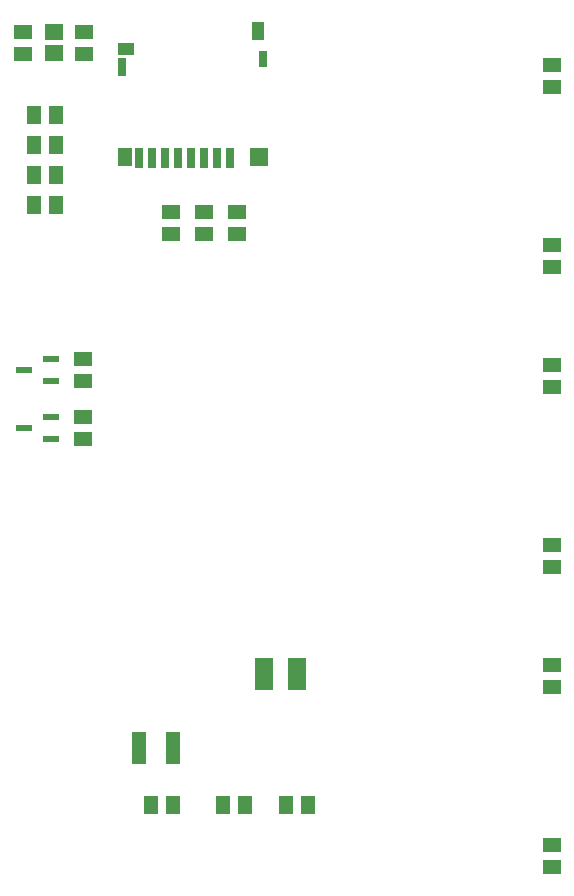
<source format=gtp>
G04*
G04 #@! TF.GenerationSoftware,Altium Limited,Altium Designer,19.1.8 (144)*
G04*
G04 Layer_Color=8421504*
%FSLAX43Y43*%
%MOMM*%
G71*
G01*
G75*
%ADD14R,1.450X0.600*%
%ADD15R,0.800X1.500*%
%ADD16R,0.800X1.400*%
%ADD17R,1.300X1.500*%
%ADD18R,1.500X1.500*%
%ADD19R,1.450X1.000*%
%ADD20R,1.000X1.550*%
%ADD21R,0.700X1.750*%
%ADD22R,1.500X1.300*%
%ADD23R,1.300X1.500*%
%ADD24R,1.500X1.400*%
%ADD25R,1.300X2.700*%
%ADD26R,1.600X2.700*%
D14*
X121698Y84521D02*
D03*
Y86421D02*
D03*
X119348Y85471D02*
D03*
X121698Y89474D02*
D03*
Y91374D02*
D03*
X119348Y90424D02*
D03*
D15*
X127654Y116070D02*
D03*
D16*
X139579Y116720D02*
D03*
D17*
X127904Y108470D02*
D03*
D18*
X139254D02*
D03*
D19*
X127979Y117570D02*
D03*
D20*
X139179Y119145D02*
D03*
D21*
X129104Y108345D02*
D03*
X130204D02*
D03*
X131304D02*
D03*
X132404D02*
D03*
X133504D02*
D03*
X134604D02*
D03*
X135704D02*
D03*
X136804D02*
D03*
D22*
X137414Y101920D02*
D03*
Y103820D02*
D03*
X134620Y101920D02*
D03*
Y103820D02*
D03*
X131826Y101920D02*
D03*
Y103820D02*
D03*
X124333Y91374D02*
D03*
Y89474D02*
D03*
X119253Y117160D02*
D03*
Y119060D02*
D03*
X164084Y65466D02*
D03*
Y63566D02*
D03*
Y50226D02*
D03*
Y48326D02*
D03*
Y90866D02*
D03*
Y88966D02*
D03*
Y75626D02*
D03*
Y73726D02*
D03*
Y116266D02*
D03*
Y114366D02*
D03*
Y101026D02*
D03*
Y99126D02*
D03*
X124460Y117160D02*
D03*
Y119060D02*
D03*
X124333Y84521D02*
D03*
Y86421D02*
D03*
D23*
X122108Y109474D02*
D03*
X120208D02*
D03*
X122108Y112014D02*
D03*
X120208D02*
D03*
X122108Y106934D02*
D03*
X120208D02*
D03*
X132014Y53594D02*
D03*
X130114D02*
D03*
X120208Y104394D02*
D03*
X122108D02*
D03*
X138110Y53594D02*
D03*
X136210D02*
D03*
X141544D02*
D03*
X143444D02*
D03*
D24*
X121920Y119010D02*
D03*
Y117210D02*
D03*
D25*
X132006Y58420D02*
D03*
X129106D02*
D03*
D26*
X142497Y64643D02*
D03*
X139697D02*
D03*
M02*

</source>
